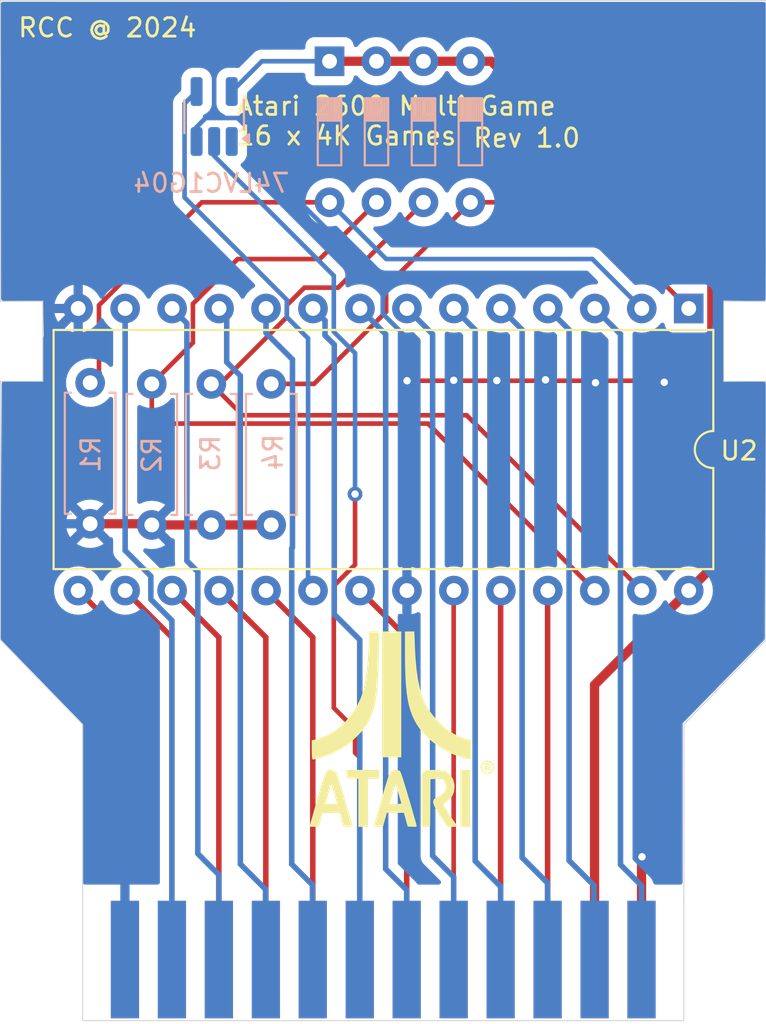
<source format=kicad_pcb>
(kicad_pcb (version 20240108) (generator "pcbnew") (generator_version "8.0")
  (title_block (title "Atari 2600 Muti Game") (date "2024-06-19") (rev "1.0") (company "RCC @ 2024"))
  (layers (0 "F.Cu" signal) (31 "B.Cu" signal) (34 "B.Paste" user) (35 "F.Paste" user) (36 "B.SilkS" user "B.Silkscreen") (37 "F.SilkS" user "F.Silkscreen") (38 "B.Mask" user) (39 "F.Mask" user) (44 "Edge.Cuts" user))
  (net 0 "")
  (net 1 "D3")
  (net 2 "D4")
  (net 3 "D5")
  (net 4 "D6")
  (net 5 "D7")
  (net 6 "+5V")
  (net 7 "GND")
  (net 8 "D1")
  (net 9 "D2")
  (net 10 "D0")
  (net 11 "Net-(U2-A6)")
  (net 12 "Net-(U2-A9)")
  (net 13 "Net-(U2-A1)")
  (net 14 "Net-(U2-A7)")
  (net 15 "Net-(U2-A3)")
  (net 16 "Net-(U2-A2)")
  (net 17 "Net-(U2-A8)")
  (net 18 "Net-(U2-A0)")
  (net 19 "Net-(U2-A4)")
  (net 20 "Net-(U2-A10)")
  (net 21 "Net-(U2-A5)")
  (net 22 "A14_ROM")
  (net 23 "A15_ROM")
  (net 24 "A13_ROM")
  (net 25 "A12_ROM")
  (net 26 "Net-(U2-A11)")
  (net 27 "{slash}CE")
  (net 28 "CE")
  (footprint "Roni_Footprints:2600_Cartridge_Port" (layer "F.Cu") (at 88.635209 78.607153)
    (property "Reference" "J1" (hide yes))
    (property "Value" "2600_Cartridge_Port")
    (pad "+5V" connect rect (at 25.908 3.048) (size 1.524 6.35) (layers "F.Cu" "F.Mask") (net 6 "+5V"))
    (pad "A0" connect rect (at 10.668 3.048) (size 1.524 6.35) (layers "B.Cu" "B.Mask") (net 18 "Net-(U2-A0)"))
    (pad "A1" connect rect (at 13.208 3.048) (size 1.524 6.35) (layers "B.Cu" "B.Mask") (net 13 "Net-(U2-A1)"))
    (pad "A2" connect rect (at 15.748 3.048) (size 1.524 6.35) (layers "B.Cu" "B.Mask") (net 16 "Net-(U2-A2)"))
    (pad "A3" connect rect (at 18.288 3.048) (size 1.524 6.35) (layers "B.Cu" "B.Mask") (net 15 "Net-(U2-A3)"))
    (pad "A4" connect rect (at 20.828 3.048) (size 1.524 6.35) (layers "B.Cu" "B.Mask") (net 19 "Net-(U2-A4)"))
    (pad "A5" connect rect (at 23.368 3.048) (size 1.524 6.35) (layers "B.Cu" "B.Mask") (net 21 "Net-(U2-A5)"))
    (pad "A6" connect rect (at 25.908 3.048) (size 1.524 6.35) (layers "B.Cu" "B.Mask") (net 11 "Net-(U2-A6)"))
    (pad "A7" connect rect (at 28.448 3.048) (size 1.524 6.35) (layers "B.Cu" "B.Mask") (net 14 "Net-(U2-A7)"))
    (pad "A8" connect rect (at 23.368 3.048) (size 1.524 6.35) (layers "F.Cu" "F.Mask") (net 17 "Net-(U2-A8)"))
    (pad "A9" connect rect (at 20.828 3.048) (size 1.524 6.35) (layers "F.Cu" "F.Mask") (net 12 "Net-(U2-A9)"))
    (pad "A10" connect rect (at 15.748 3.048) (size 1.524 6.35) (layers "F.Cu" "F.Mask") (net 20 "Net-(U2-A10)"))
    (pad "A11" connect rect (at 18.288 3.048) (size 1.524 6.35) (layers "F.Cu" "F.Mask") (net 26 "Net-(U2-A11)"))
    (pad "A12" connect rect (at 13.208 3.048) (size 1.524 6.35) (layers "F.Cu" "F.Mask") (net 28 "CE"))
    (pad "D0" connect rect (at 8.128 3.048) (size 1.524 6.35) (layers "B.Cu" "B.Mask") (net 10 "D0"))
    (pad "D1" connect rect (at 5.588 3.048) (size 1.524 6.35) (layers "B.Cu" "B.Mask") (net 8 "D1"))
    (pad "D2" connect rect (at 3.048 3.048) (size 1.524 6.35) (layers "B.Cu" "B.Mask") (net 9 "D2"))
    (pad "D3" connect rect (at 0.508 3.048) (size 1.524 6.35) (layers "F.Cu" "F.Mask") (net 1 "D3"))
    (pad "D4" connect rect (at 3.048 3.048) (size 1.524 6.35) (layers "F.Cu" "F.Mask") (net 2 "D4"))
    (pad "D5" connect rect (at 5.588 3.048) (size 1.524 6.35) (layers "F.Cu" "F.Mask") (net 3 "D5"))
    (pad "D6" connect rect (at 8.128 3.048) (size 1.524 6.35) (layers "F.Cu" "F.Mask") (net 4 "D6"))
    (pad "D7" connect rect (at 10.668 3.048) (size 1.524 6.35) (layers "F.Cu" "F.Mask") (net 5 "D7"))
    (pad "GND" connect rect (at 0.508 3.048) (size 1.524 6.35) (layers "B.Cu" "B.Mask") (net 7 "GND"))
    (pad "SGND" connect rect (at 28.448 3.048) (size 1.524 6.35) (layers "F.Cu" "F.Mask") (net 7 "GND"))
  )
  (footprint "LOGO" (layer "F.Cu") (at 104.129209 69.209153)
    (property "Reference" "G***" (hide yes))
    (property "Value" "LOGO" (hide yes))
    (fp_poly (pts (xy -0.04 -1.88) (xy -0.04 1.52) (xy -0.56 1.52) (xy -1.08 1.52) (xy -1.08 -1.88) (xy -1.08 -5.28) (xy -0.56 -5.28) (xy -0.04 -5.28)) (fill solid) (layer "F.SilkS"))
    (fp_poly (pts (xy 3.68 3.74) (xy 3.68 5.28) (xy 3.42 5.28) (xy 3.16 5.28) (xy 3.16 3.74) (xy 3.16 2.2) (xy 3.42 2.2) (xy 3.68 2.2)) (fill solid) (layer "F.SilkS"))
    (fp_poly (pts (xy -1.24 2.44) (xy -1.24 2.68) (xy -1.54 2.68) (xy -1.84 2.68) (xy -1.84 3.98) (xy -1.84 5.28) (xy -2.1 5.28) (xy -2.36 5.28) (xy -2.36 3.981682) (xy -2.36 2.683365) (xy -2.67 2.671682) (xy -2.98 2.66) (xy -2.991997 2.43) (xy -3.003993 2.2) (xy -2.121997 2.2) (xy -1.24 2.2)) (fill solid) (layer "F.SilkS"))
    (fp_poly (pts (xy 4.740077 1.862876) (xy 4.794625 1.925982) (xy 4.779223 2.021031) (xy 4.764016 2.048433) (xy 4.735569 2.125127) (xy 4.763403 2.184101) (xy 4.790312 2.245202) (xy 4.782256 2.270966) (xy 4.739916 2.26484) (xy 4.680145 2.21) (xy 4.60985 2.135692) (xy 4.571908 2.130906) (xy 4.560023 2.195118) (xy 4.56 2.2) (xy 4.543249 2.264998) (xy 4.52 2.28) (xy 4.498094 2.243833) (xy 4.483565 2.150539) (xy 4.48 2.06) (xy 4.48 1.982932) (xy 4.56 1.982932) (xy 4.587238 2.026681) (xy 4.645307 2.02872) (xy 4.698733 1.99211) (xy 4.710018 1.97) (xy 4.691619 1.929604) (xy 4.643333 1.92) (xy 4.57457 1.94541) (xy 4.56 1.982932) (xy 4.48 1.982932) (xy 4.48 1.84) (xy 4.621255 1.84)) (fill solid) (layer "F.SilkS"))
    (fp_poly (pts (xy 0.694781 -4.521086) (xy 0.730591 -3.835746) (xy 0.786697 -3.223635) (xy 0.864026 -2.68036) (xy 0.963507 -2.201529) (xy 1.086068 -1.78275) (xy 1.232638 -1.419631) (xy 1.404146 -1.10778) (xy 1.422206 -1.08) (xy 1.737891 -0.654682) (xy 2.086416 -0.282176) (xy 2.460092 0.031456) (xy 2.851232 0.28015) (xy 3.252146 0.457844) (xy 3.446441 0.5163) (xy 3.74 0.590794) (xy 3.751161 1.115397) (xy 3.756025 1.335486) (xy 3.755199 1.486528) (xy 3.742041 1.579468) (xy 3.709909 1.625253) (xy 3.652159 1.63483) (xy 3.562148 1.619145) (xy 3.46 1.5952) (xy 2.984896 1.452595) (xy 2.516347 1.248584) (xy 2.06738 0.992114) (xy 1.651023 0.692132) (xy 1.280305 0.357583) (xy 0.968254 -0.002584) (xy 0.82087 -0.217133) (xy 0.679597 -0.463485) (xy 0.558445 -0.719574) (xy 0.456138 -0.993004) (xy 0.371398 -1.29138) (xy 0.302947 -1.622305) (xy 0.249508 -1.993386) (xy 0.209803 -2.412225) (xy 0.182555 -2.886427) (xy 0.166486 -3.423597) (xy 0.160319 -4.031338) (xy 0.160162 -4.15) (xy 0.16 -5.28) (xy 0.413767 -5.28) (xy 0.667534 -5.28)) (fill solid) (layer "F.SilkS"))
    (fp_poly (pts (xy 4.647221 1.6919) (xy 4.651868 1.692518) (xy 4.817986 1.747181) (xy 4.934361 1.849429) (xy 4.994916 1.98269) (xy 4.993573 2.130391) (xy 4.924258 2.27596) (xy 4.883076 2.323076) (xy 4.765848 2.411156) (xy 4.63594 2.439769) (xy 4.62 2.44) (xy 4.486581 2.416681) (xy 4.369779 2.335644) (xy 4.356923 2.323076) (xy 4.258425 2.178289) (xy 4.242504 2.06) (xy 4.32 2.06) (xy 4.347731 2.159735) (xy 4.414802 2.258378) (xy 4.418181 2.261818) (xy 4.515668 2.330032) (xy 4.616375 2.359942) (xy 4.62 2.36) (xy 4.719735 2.332268) (xy 4.818378 2.265197) (xy 4.821818 2.261818) (xy 4.890032 2.164331) (xy 4.919942 2.063624) (xy 4.92 2.06) (xy 4.892268 1.960264) (xy 4.825197 1.861621) (xy 4.821818 1.858181) (xy 4.724331 1.789967) (xy 4.623624 1.760057) (xy 4.62 1.76) (xy 4.520264 1.787731) (xy 4.421621 1.854802) (xy 4.418181 1.858181) (xy 4.349967 1.955668) (xy 4.320057 2.056375) (xy 4.32 2.06) (xy 4.242504 2.06) (xy 4.237829 2.025268) (xy 4.295046 1.87359) (xy 4.36193 1.791915) (xy 4.451211 1.714204) (xy 4.532587 1.685569)) (fill solid) (layer "F.SilkS"))
    (fp_poly (pts (xy -1.254564 -4.03) (xy -1.270274 -3.442128) (xy -1.291005 -2.926146) (xy -1.318168 -2.474026) (xy -1.353177 -2.077739) (xy -1.397443 -1.729257) (xy -1.45238 -1.420552) (xy -1.5194 -1.143595) (xy -1.599914 -0.890358) (xy -1.695337 -0.652813) (xy -1.807079 -0.422931) (xy -1.92678 -0.209158) (xy -2.045879 -0.039145) (xy -2.214918 0.159884) (xy -2.417767 0.371836) (xy -2.638298 0.580614) (xy -2.860383 0.770124) (xy -3.051086 0.912848) (xy -3.37991 1.116859) (xy -3.735125 1.299676) (xy -4.090447 1.449097) (xy -4.419588 1.552921) (xy -4.441742 1.558352) (xy -4.614922 1.599674) (xy -4.726019 1.624614) (xy -4.790787 1.635276) (xy -4.824978 1.633764) (xy -4.844345 1.622184) (xy -4.853334 1.613333) (xy -4.863563 1.565209) (xy -4.871977 1.453471) (xy -4.877735 1.294499) (xy -4.879994 1.104672) (xy -4.880001 1.094095) (xy -4.880001 0.601524) (xy -4.770001 0.578035) (xy -4.543808 0.515726) (xy -4.286626 0.423147) (xy -4.03401 0.314437) (xy -3.821512 0.203732) (xy -3.807356 0.195241) (xy -3.407902 -0.088693) (xy -3.040295 -0.431087) (xy -2.714732 -0.818686) (xy -2.441408 -1.238238) (xy -2.230519 -1.67649) (xy -2.123918 -1.993048) (xy -2.036841 -2.362429) (xy -1.959995 -2.791925) (xy -1.895644 -3.262047) (xy -1.846051 -3.753308) (xy -1.81348 -4.246221) (xy -1.800193 -4.721297) (xy -1.8 -4.782179) (xy -1.8 -5.28) (xy -1.513644 -5.28) (xy -1.227288 -5.28)) (fill solid) (layer "F.SilkS"))
    (fp_poly (pts (xy 1.793701 2.206823) (xy 2.007184 2.213218) (xy 2.158069 2.221725) (xy 2.263751 2.235619) (xy 2.341625 2.258171) (xy 2.409085 2.292656) (xy 2.472277 2.334522) (xy 2.651305 2.506083) (xy 2.773172 2.728776) (xy 2.833786 2.993869) (xy 2.84 3.119378) (xy 2.811758 3.387283) (xy 2.722537 3.610048) (xy 2.565591 3.801342) (xy 2.46023 3.888997) (xy 2.35362 3.972813) (xy 2.27669 4.04076) (xy 2.248687 4.073937) (xy 2.265682 4.117653) (xy 2.320242 4.21563) (xy 2.405159 4.355833) (xy 2.513221 4.526227) (xy 2.59058 4.644629) (xy 2.712815 4.829919) (xy 2.820648 4.993855) (xy 2.905829 5.123857) (xy 2.96011 5.207349) (xy 2.974484 5.23) (xy 2.971664 5.257227) (xy 2.915185 5.272994) (xy 2.794141 5.279498) (xy 2.726496 5.28) (xy 2.448272 5.28) (xy 2.064136 4.686391) (xy 1.89925 4.425749) (xy 1.781045 4.220027) (xy 1.708747 4.059741) (xy 1.681586 3.935403) (xy 1.698787 3.837528) (xy 1.759579 3.756631) (xy 1.863189 3.683225) (xy 1.977538 3.622956) (xy 2.170332 3.506501) (xy 2.291893 3.375637) (xy 2.350945 3.218593) (xy 2.36 3.106894) (xy 2.342317 2.954123) (xy 2.279327 2.831921) (xy 2.255102 2.801474) (xy 2.198212 2.738453) (xy 2.144472 2.702158) (xy 2.071195 2.686331) (xy 1.955695 2.684716) (xy 1.845102 2.688405) (xy 1.54 2.7) (xy 1.529445 3.99) (xy 1.518891 5.28) (xy 1.279445 5.28) (xy 1.04 5.28) (xy 1.04 3.856923) (xy 1.04 2.433846) (xy 1.160099 2.313746) (xy 1.280199 2.193646)) (fill solid) (layer "F.SilkS"))
    (fp_poly (pts (xy -0.215588 2.2109) (xy -0.132062 2.251827) (xy -0.08936 2.297187) (xy -0.064359 2.352665) (xy -0.020557 2.47546) (xy 0.039123 2.655896) (xy 0.111757 2.884297) (xy 0.194422 3.150984) (xy 0.284196 3.446282) (xy 0.378155 3.760514) (xy 0.473375 4.084004) (xy 0.566934 4.407074) (xy 0.655909 4.720048) (xy 0.737376 5.013249) (xy 0.791175 5.212043) (xy 0.793643 5.250898) (xy 0.763695 5.270927) (xy 0.685062 5.276315) (xy 0.557912 5.272043) (xy 0.305424 5.26) (xy 0.203466 4.89) (xy 0.101508 4.52) (xy -0.36 4.52) (xy -0.821509 4.52) (xy -0.923467 4.89) (xy -1.025425 5.26) (xy -1.277913 5.272043) (xy -1.414812 5.276319) (xy -1.48826 5.269753) (xy -1.514527 5.248158) (xy -1.511176 5.212043) (xy -1.49603 5.15794) (xy -1.461507 5.036124) (xy -1.41023 4.8558) (xy -1.34482 4.62617) (xy -1.267898 4.356439) (xy -1.182086 4.055811) (xy -1.177569 4.04) (xy -0.670549 4.04) (xy -0.35061 4.04) (xy -0.19159 4.03823) (xy -0.09778 4.030632) (xy -0.054421 4.013771) (xy -0.046759 3.984213) (xy -0.049844 3.97) (xy -0.133519 3.668398) (xy -0.206612 3.412725) (xy -0.267069 3.209748) (xy -0.312838 3.066237) (xy -0.341867 2.98896) (xy -0.350812 2.977478) (xy -0.367589 3.020117) (xy -0.401693 3.125117) (xy -0.448574 3.277889) (xy -0.503679 3.463842) (xy -0.51921 3.517268) (xy -0.670549 4.04) (xy -1.177569 4.04) (xy -1.097582 3.76) (xy -0.986623 3.372881) (xy -0.894089 3.055758) (xy -0.816614 2.801653) (xy -0.750828 2.603586) (xy -0.693365 2.454579) (xy -0.640856 2.347654) (xy -0.589934 2.275832) (xy -0.53723 2.232135) (xy -0.479377 2.209583) (xy -0.413007 2.2012) (xy -0.344722 2.2)) (fill solid) (layer "F.SilkS"))
    (fp_poly (pts (xy -3.876199 2.202807) (xy -3.818301 2.207509) (xy -3.813667 2.207823) (xy -3.678174 2.228727) (xy -3.590977 2.277878) (xy -3.553889 2.32) (xy -3.531103 2.373367) (xy -3.489578 2.493057) (xy -3.432477 2.668449) (xy -3.362966 2.888925) (xy -3.284211 3.143864) (xy -3.199378 3.422646) (xy -3.11163 3.714651) (xy -3.024135 4.00926) (xy -2.940056 4.295853) (xy -2.86256 4.56381) (xy -2.794813 4.80251) (xy -2.739978 5.001336) (xy -2.701222 5.149665) (xy -2.681711 5.23688) (xy -2.68 5.251883) (xy -2.716304 5.266754) (xy -2.810903 5.273737) (xy -2.926701 5.271908) (xy -3.173401 5.26) (xy -3.272592 4.888781) (xy -3.371784 4.517563) (xy -3.834364 4.528781) (xy -4.296944 4.54) (xy -4.399915 4.9) (xy -4.502886 5.26) (xy -4.754772 5.271995) (xy -4.891396 5.276259) (xy -4.964507 5.269699) (xy -4.990313 5.248117) (xy -4.986384 5.211995) (xy -4.830514 4.658157) (xy -4.694727 4.176271) (xy -4.656089 4.04) (xy -4.147571 4.04) (xy -3.833786 4.04) (xy -3.686776 4.036825) (xy -3.576655 4.0284) (xy -3.52254 4.016375) (xy -3.52 4.012936) (xy -3.530439 3.962079) (xy -3.558436 3.855885) (xy -3.599013 3.711165) (xy -3.647192 3.544734) (xy -3.697995 3.373404) (xy -3.746444 3.213989) (xy -3.787561 3.083302) (xy -3.816367 2.998155) (xy -3.82755 2.974216) (xy -3.842519 3.014868) (xy -3.875267 3.118061) (xy -3.921383 3.269475) (xy -3.976457 3.454791) (xy -3.993553 3.5131) (xy -4.147571 4.04) (xy -4.656089 4.04) (xy -4.577087 3.761376) (xy -4.475658 3.408513) (xy -4.388504 3.112724) (xy -4.31369 2.869048) (xy -4.249278 2.672527) (xy -4.193334 2.518201) (xy -4.143922 2.401111) (xy -4.099105 2.316298) (xy -4.056948 2.258802) (xy -4.015515 2.223664) (xy -3.97287 2.205925) (xy -3.927076 2.200626)) (fill solid) (layer "F.SilkS"))
  )
  (footprint "Package_DIP:DIP-28_W15.24mm" (layer "F.Cu") (at 119.635291 46.480756 -90)
    (property "Reference" "U2" (at 7.689755 -2.719784 180) (layer "F.SilkS"))
    (property "Value" "27C512" (hide yes))
    (fp_line (start 1.16 34.35) (end 14.08 34.35) (stroke (width 0.12)) (layer "F.SilkS"))
    (fp_line (start 14.08 34.35) (end 14.08 -1.33) (stroke (width 0.12)) (layer "F.SilkS"))
    (fp_line (start 1.16 -1.33) (end 1.16 34.35) (stroke (width 0.12)) (layer "F.SilkS"))
    (fp_line (start 6.62 -1.33) (end 1.16 -1.33) (stroke (width 0.12)) (layer "F.SilkS"))
    (fp_line (start 14.08 -1.33) (end 8.62 -1.33) (stroke (width 0.12)) (layer "F.SilkS"))
    (fp_arc (start 8.62 -1.33) (mid 7.62 -0.33) (end 6.62 -1.33) (stroke (width 0.12)) (layer "F.SilkS"))
    (pad "1" thru_hole rect (at 0 0 270) (size 1.6 1.6) (drill 0.8) (layers "*.Cu" "*.Mask") (net 23 "A15_ROM"))
    (pad "2" thru_hole oval (at 0 2.54 270) (size 1.6 1.6) (drill 0.8) (layers "*.Cu" "*.Mask") (net 25 "A12_ROM"))
    (pad "3" thru_hole oval (at 0 5.08 270) (size 1.6 1.6) (drill 0.8) (layers "*.Cu" "*.Mask") (net 14 "Net-(U2-A7)"))
    (pad "4" thru_hole oval (at 0 7.62 270) (size 1.6 1.6) (drill 0.8) (layers "*.Cu" "*.Mask") (net 11 "Net-(U2-A6)"))
    (pad "5" thru_hole oval (at 0 10.16 270) (size 1.6 1.6) (drill 0.8) (layers "*.Cu" "*.Mask") (net 21 "Net-(U2-A5)"))
    (pad "6" thru_hole oval (at 0 12.7 270) (size 1.6 1.6) (drill 0.8) (layers "*.Cu" "*.Mask") (net 19 "Net-(U2-A4)"))
    (pad "7" thru_hole oval (at 0 15.24 270) (size 1.6 1.6) (drill 0.8) (layers "*.Cu" "*.Mask") (net 15 "Net-(U2-A3)"))
    (pad "8" thru_hole oval (at 0 17.78 270) (size 1.6 1.6) (drill 0.8) (layers "*.Cu" "*.Mask") (net 16 "Net-(U2-A2)"))
    (pad "9" thru_hole oval (at 0 20.32 270) (size 1.6 1.6) (drill 0.8) (layers "*.Cu" "*.Mask") (net 13 "Net-(U2-A1)"))
    (pad "10" thru_hole oval (at 0 22.86 270) (size 1.6 1.6) (drill 0.8) (layers "*.Cu" "*.Mask") (net 18 "Net-(U2-A0)"))
    (pad "11" thru_hole oval (at 0 25.4 270) (size 1.6 1.6) (drill 0.8) (layers "*.Cu" "*.Mask") (net 10 "D0"))
    (pad "12" thru_hole oval (at 0 27.94 270) (size 1.6 1.6) (drill 0.8) (layers "*.Cu" "*.Mask") (net 8 "D1"))
    (pad "13" thru_hole oval (at 0 30.48 270) (size 1.6 1.6) (drill 0.8) (layers "*.Cu" "*.Mask") (net 9 "D2"))
    (pad "14" thru_hole oval (at 0 33.02 270) (size 1.6 1.6) (drill 0.8) (layers "*.Cu" "*.Mask") (net 7 "GND"))
    (pad "15" thru_hole oval (at 15.24 33.02 270) (size 1.6 1.6) (drill 0.8) (layers "*.Cu" "*.Mask") (net 1 "D3"))
    (pad "16" thru_hole oval (at 15.24 30.48 270) (size 1.6 1.6) (drill 0.8) (layers "*.Cu" "*.Mask") (net 2 "D4"))
    (pad "17" thru_hole oval (at 15.24 27.94 270) (size 1.6 1.6) (drill 0.8) (layers "*.Cu" "*.Mask") (net 3 "D5"))
    (pad "18" thru_hole oval (at 15.24 25.4 270) (size 1.6 1.6) (drill 0.8) (layers "*.Cu" "*.Mask") (net 4 "D6"))
    (pad "19" thru_hole oval (at 15.24 22.86 270) (size 1.6 1.6) (drill 0.8) (layers "*.Cu" "*.Mask") (net 5 "D7"))
    (pad "20" thru_hole oval (at 15.24 20.32 270) (size 1.6 1.6) (drill 0.8) (layers "*.Cu" "*.Mask") (net 27 "{slash}CE"))
    (pad "21" thru_hole oval (at 15.24 17.78 270) (size 1.6 1.6) (drill 0.8) (layers "*.Cu" "*.Mask") (net 20 "Net-(U2-A10)"))
    (pad "22" thru_hole oval (at 15.24 15.24 270) (size 1.6 1.6) (drill 0.8) (layers "*.Cu" "*.Mask") (net 7 "GND"))
    (pad "23" thru_hole oval (at 15.24 12.7 270) (size 1.6 1.6) (drill 0.8) (layers "*.Cu" "*.Mask") (net 26 "Net-(U2-A11)"))
    (pad "24" thru_hole oval (at 15.24 10.16 270) (size 1.6 1.6) (drill 0.8) (layers "*.Cu" "*.Mask") (net 12 "Net-(U2-A9)"))
    (pad "25" thru_hole oval (at 15.24 7.62 270) (size 1.6 1.6) (drill 0.8) (layers "*.Cu" "*.Mask") (net 17 "Net-(U2-A8)"))
    (pad "26" thru_hole oval (at 15.24 5.08 270) (size 1.6 1.6) (drill 0.8) (layers "*.Cu" "*.Mask") (net 24 "A13_ROM"))
    (pad "27" thru_hole oval (at 15.24 2.54 270) (size 1.6 1.6) (drill 0.8) (layers "*.Cu" "*.Mask") (net 22 "A14_ROM"))
    (pad "28" thru_hole oval (at 15.24 0 270) (size 1.6 1.6) (drill 0.8) (layers "*.Cu" "*.Mask") (net 6 "+5V"))
  )
  (footprint "Resistor_THT:R_Axial_DIN0207_L6.3mm_D2.5mm_P7.62mm_Horizontal" (layer "B.Cu") (at 90.595487 58.175401 90)
    (property "Reference" "R2" (at 3.781957 -0.001437 90) (layer "B.SilkS") (effects (justify mirror)))
    (property "Value" "10K" (hide yes))
    (fp_line (start 7.08 -1.37) (end 0.54 -1.37) (stroke (width 0.12)) (layer "B.SilkS"))
    (fp_line (start 0.54 -1.37) (end 0.54 -1.04) (stroke (width 0.12)) (layer "B.SilkS"))
    (fp_line (start 7.08 -1.04) (end 7.08 -1.37) (stroke (width 0.12)) (layer "B.SilkS"))
    (fp_line (start 7.08 1.04) (end 7.08 1.37) (stroke (width 0.12)) (layer "B.SilkS"))
    (fp_line (start 7.08 1.37) (end 0.54 1.37) (stroke (width 0.12)) (layer "B.SilkS"))
    (fp_line (start 0.54 1.37) (end 0.54 1.04) (stroke (width 0.12)) (layer "B.SilkS"))
    (pad "1" thru_hole circle (at 0 0 90) (size 1.6 1.6) (drill 0.8) (layers "*.Cu" "*.Mask") (net 7 "GND"))
    (pad "2" thru_hole oval (at 7.62 0 90) (size 1.6 1.6) (drill 0.8) (layers "*.Cu" "*.Mask") (net 24 "A13_ROM"))
  )
  (footprint "Roni_Footprints:SW_DIP_SPSTx04_Slide_6.7x11.72mm_W7.62mm_P2.54mm_LowProfile" (layer "B.Cu") (at 100.208718 33.123143 -90)
    (property "Reference" "SW1" (hide yes))
    (property "Value" "SW_DIP_x04" (hide yes))
    (fp_line (start 2 0.635) (end 5.62 0.635) (stroke (width 0.12)) (layer "B.SilkS"))
    (fp_line (start 5.62 0.635) (end 5.62 -0.635) (stroke (width 0.12)) (layer "B.SilkS"))
    (fp_line (start 3.206667 0.515) (end 2 0.515) (stroke (width 0.12)) (layer "B.SilkS"))
    (fp_line (start 3.206667 0.395) (end 2 0.395) (stroke (width 0.12)) (layer "B.SilkS"))
    (fp_line (start 3.206667 0.275) (end 2 0.275) (stroke (width 0.12)) (layer "B.SilkS"))
    (fp_line (start 3.206667 0.155) (end 2 0.155) (stroke (width 0.12)) (layer "B.SilkS"))
    (fp_line (start 3.206667 0.035) (end 2 0.035) (stroke (width 0.12)) (layer "B.SilkS"))
    (fp_line (start 3.206667 -0.085) (end 2 -0.085) (stroke (width 0.12)) (layer "B.SilkS"))
    (fp_line (start 3.206667 -0.205) (end 2 -0.205) (stroke (width 0.12)) (layer "B.SilkS"))
    (fp_line (start 3.206667 -0.325) (end 2 -0.325) (stroke (width 0.12)) (layer "B.SilkS"))
    (fp_line (start 3.206667 -0.445) (end 2 -0.445) (stroke (width 0.12)) (layer "B.SilkS"))
    (fp_line (start 3.206667 -0.565) (end 2 -0.565) (stroke (width 0.12)) (layer "B.SilkS"))
    (fp_line (start 2 -0.635) (end 2 0.635) (stroke (width 0.12)) (layer "B.SilkS"))
    (fp_line (start 3.206667 -0.635) (end 3.206667 0.635) (stroke (width 0.12)) (layer "B.SilkS"))
    (fp_line (start 5.62 -0.635) (end 2 -0.635) (stroke (width 0.12)) (layer "B.SilkS"))
    (fp_line (start 2 -1.905) (end 5.62 -1.905) (stroke (width 0.12)) (layer "B.SilkS"))
    (fp_line (start 5.62 -1.905) (end 5.62 -3.175) (stroke (width 0.12)) (layer "B.SilkS"))
    (fp_line (start 3.206667 -2.025) (end 2 -2.025) (stroke (width 0.12)) (layer "B.SilkS"))
    (fp_line (start 3.206667 -2.145) (end 2 -2.145) (stroke (width 0.12)) (layer "B.SilkS"))
    (fp_line (start 3.206667 -2.265) (end 2 -2.265) (stroke (width 0.12)) (layer "B.SilkS"))
    (fp_line (start 3.206667 -2.385) (end 2 -2.385) (stroke (width 0.12)) (layer "B.SilkS"))
    (fp_line (start 3.206667 -2.505) (end 2 -2.505) (stroke (width 0.12)) (layer "B.SilkS"))
    (fp_line (start 3.206667 -2.625) (end 2 -2.625) (stroke (width 0.12)) (layer "B.SilkS"))
    (fp_line (start 3.206667 -2.745) (end 2 -2.745) (stroke (width 0.12)) (layer "B.SilkS"))
    (fp_line (start 3.206667 -2.865) (end 2 -2.865) (stroke (width 0.12)) (layer "B.SilkS"))
    (fp_line (start 3.206667 -2.985) (end 2 -2.985) (stroke (width 0.12)) (layer "B.SilkS"))
    (fp_line (start 3.206667 -3.105) (end 2 -3.105) (stroke (width 0.12)) (layer "B.SilkS"))
    (fp_line (start 2 -3.175) (end 2 -1.905) (stroke (width 0.12)) (layer "B.SilkS"))
    (fp_line (start 3.206667 -3.175) (end 3.206667 -1.905) (stroke (width 0.12)) (layer "B.SilkS"))
    (fp_line (start 5.62 -3.175) (end 2 -3.175) (stroke (width 0.12)) (layer "B.SilkS"))
    (fp_line (start 2 -4.445) (end 5.62 -4.445) (stroke (width 0.12)) (layer "B.SilkS"))
    (fp_line (start 5.62 -4.445) (end 5.62 -5.715) (stroke (width 0.12)) (layer "B.SilkS"))
    (fp_line (start 3.206667 -4.565) (end 2 -4.565) (stroke (width 0.12)) (layer "B.SilkS"))
    (fp_line (start 3.206667 -4.685) (end 2 -4.685) (stroke (width 0.12)) (layer "B.SilkS"))
    (fp_line (start 3.206667 -4.805) (end 2 -4.805) (stroke (width 0.12)) (layer "B.SilkS"))
    (fp_line (start 3.206667 -4.925) (end 2 -4.925) (stroke (width 0.12)) (layer "B.SilkS"))
    (fp_line (start 3.206667 -5.045) (end 2 -5.045) (stroke (width 0.12)) (layer "B.SilkS"))
    (fp_line (start 3.206667 -5.165) (end 2 -5.165) (stroke (width 0.12)) (layer "B.SilkS"))
    (fp_line (start 3.206667 -5.285) (end 2 -5.285) (stroke (width 0.12)) (layer "B.SilkS"))
    (fp_line (start 3.206667 -5.405) (end 2 -5.405) (stroke (width 0.12)) (layer "B.SilkS"))
    (fp_line (start 3.206667 -5.525) (end 2 -5.525) (stroke (width 0.12)) (layer "B.SilkS"))
    (fp_line (start 3.206667 -5.645) (end 2 -5.645) (stroke (width 0.12)) (layer "B.SilkS"))
    (fp_line (start 2 -5.715) (end 2 -4.445) (stroke (width 0.12)) (layer "B.SilkS"))
    (fp_line (start 3.206667 -5.715) (end 3.206667 -4.445) (stroke (width 0.12)) (layer "B.SilkS"))
    (fp_line (start 5.62 -5.715) (end 2 -5.715) (stroke (width 0.12)) (layer "B.SilkS"))
    (fp_line (start 2 -6.985) (end 5.62 -6.985) (stroke (width 0.12)) (layer "B.SilkS"))
    (fp_line (start 5.62 -6.985) (end 5.62 -8.255) (stroke (width 0.12)) (layer "B.SilkS"))
    (fp_line (start 3.206667 -7.105) (end 2 -7.105) (stroke (width 0.12)) (layer "B.SilkS"))
    (fp_line (start 3.206667 -7.225) (end 2 -7.225) (stroke (width 0.12)) (layer "B.SilkS"))
    (fp_line (start 3.206667 -7.345) (end 2 -7.345) (stroke (width 0.12)) (layer "B.SilkS"))
    (fp_line (start 3.206667 -7.465) (end 2 -7.465) (stroke (width 0.12)) (layer "B.SilkS"))
    (fp_line (start 3.206667 -7.585) (end 2 -7.585) (stroke (width 0.12)) (layer "B.SilkS"))
    (fp_line (start 3.206667 -7.705) (end 2 -7.705) (stroke (width 0.12)) (layer "B.SilkS"))
    (fp_line (start 3.206667 -7.825) (end 2 -7.825) (stroke (width 0.12)) (layer "B.SilkS"))
    (fp_line (start 3.206667 -7.945) (end 2 -7.945) (stroke (width 0.12)) (layer "B.SilkS"))
    (fp_line (start 3.206667 -8.065) (end 2 -8.065) (stroke (width 0.12)) (layer "B.SilkS"))
    (fp_line (start 3.206667 -8.185) (end 2 -8.185) (stroke (width 0.12)) (layer "B.SilkS"))
    (fp_line (start 2 -8.255) (end 2 -6.985) (stroke (width 0.12)) (layer "B.SilkS"))
    (fp_line (start 3.206667 -8.255) (end 3.206667 -6.985) (stroke (width 0.12)) (layer "B.SilkS"))
    (fp_line (start 5.62 -8.255) (end 2 -8.255) (stroke (width 0.12)) (layer "B.SilkS"))
    (pad "1" thru_hole rect (at 0 0 270) (size 1.6 1.6) (drill 0.8) (layers "*.Cu" "*.Mask") (net 6 "+5V"))
    (pad "2" thru_hole oval (at 0 -2.54 270) (size 1.6 1.6) (drill 0.8) (layers "*.Cu" "*.Mask") (net 6 "+5V"))
    (pad "3" thru_hole oval (at 0 -5.08 270) (size 1.6 1.6) (drill 0.8) (layers "*.Cu" "*.Mask") (net 6 "+5V"))
    (pad "4" thru_hole oval (at 0 -7.62 270) (size 1.6 1.6) (drill 0.8) (layers "*.Cu" "*.Mask") (net 6 "+5V"))
    (pad "5" thru_hole oval (at 7.62 -7.62 270) (size 1.6 1.6) (drill 0.8) (layers "*.Cu" "*.Mask") (net 23 "A15_ROM"))
    (pad "6" thru_hole oval (at 7.62 -5.08 270) (size 1.6 1.6) (drill 0.8) (layers "*.Cu" "*.Mask") (net 22 "A14_ROM"))
    (pad "7" thru_hole oval (at 7.62 -2.54 270) (size 1.6 1.6) (drill 0.8) (layers "*.Cu" "*.Mask") (net 24 "A13_ROM"))
    (pad "8" thru_hole oval (at 7.62 0 270) (size 1.6 1.6) (drill 0.8) (layers "*.Cu" "*.Mask") (net 25 "A12_ROM"))
  )
  (footprint "Package_TO_SOT_SMD:SOT-23-5_HandSoldering" (layer "B.Cu") (at 93.969209 36.109153 90)
    (property "Reference" "U3" (hide yes))
    (property "Value" "74LVC1G04" (at -3.59795 -0.148268 0) (layer "B.SilkS") (effects (justify mirror)))
    (fp_line (start 0.9 -1.61) (end -0.9 -1.61) (stroke (width 0.12)) (layer "B.SilkS"))
    (fp_line (start 0.9 1.61) (end 0.1 1.61) (stroke (width 0.12)) (layer "B.SilkS"))
    (fp_line (start -0.7 1.61) (end 0.1 1.61) (stroke (width 0.12)) (layer "B.SilkS"))
    (fp_poly (pts (xy -1.2 1.56) (xy -1.44 1.89) (xy -0.96 1.89) (xy -1.2 1.56)) (stroke (width 0.12)) (fill solid) (layer "B.SilkS"))
    (pad "1" smd roundrect (at -1.35 0.95 90) (size 1.56 0.65) (layers "B.Cu" "B.Paste" "B.Mask"))
    (pad "2" smd roundrect (at -1.35 0 90) (size 1.56 0.65) (layers "B.Cu" "B.Paste" "B.Mask") (net 28 "CE"))
    (pad "3" smd roundrect (at -1.35 -0.95 90) (size 1.56 0.65) (layers "B.Cu" "B.Paste" "B.Mask") (net 7 "GND"))
    (pad "4" smd roundrect (at 1.35 -0.95 90) (size 1.56 0.65) (layers "B.Cu" "B.Paste" "B.Mask") (net 27 "{slash}CE"))
    (pad "5" smd roundrect (at 1.35 0.95 90) (size 1.56 0.65) (layers "B.Cu" "B.Paste" "B.Mask") (net 6 "+5V"))
  )
  (footprint "Resistor_THT:R_Axial_DIN0207_L6.3mm_D2.5mm_P7.62mm_Horizontal" (layer "B.Cu") (at 97.054477 58.173214 90)
    (property "Reference" "R4" (at 3.928392 0.108669 90) (layer "B.SilkS") (effects (justify mirror)))
    (property "Value" "10K" (hide yes))
    (fp_line (start 7.08 -1.37) (end 0.54 -1.37) (stroke (width 0.12)) (layer "B.SilkS"))
    (fp_line (start 0.54 -1.37) (end 0.54 -1.04) (stroke (width 0.12)) (layer "B.SilkS"))
    (fp_line (start 7.08 -1.04) (end 7.08 -1.37) (stroke (width 0.12)) (layer "B.SilkS"))
    (fp_line (start 7.08 1.04) (end 7.08 1.37) (stroke (width 0.12)) (layer "B.SilkS"))
    (fp_line (start 7.08 1.37) (end 0.54 1.37) (stroke (width 0.12)) (layer "B.SilkS"))
    (fp_line (start 0.54 1.37) (end 0.54 1.04) (stroke (width 0.12)) (layer "B.SilkS"))
    (pad "1" thru_hole circle (at 0 0 90) (size 1.6 1.6) (drill 0.8) (layers "*.Cu" "*.Mask") (net 7 "GND"))
    (pad "2" thru_hole oval (at 7.62 0 90) (size 1.6 1.6) (drill 0.8) (layers "*.Cu" "*.Mask") (net 23 "A15_ROM"))
  )
  (footprint "Resistor_THT:R_Axial_DIN0207_L6.3mm_D2.5mm_P7.62mm_Horizontal" (layer "B.Cu") (at 93.815632 58.175401 90)
    (property "Reference" "R3" (at 3.87113 -0.041069 90) (layer "B.SilkS") (effects (justify mirror)))
    (property "Value" "10K" (hide yes))
    (fp_line (start 7.08 -1.37) (end 0.54 -1.37) (stroke (width 0.12)) (layer "B.SilkS"))
    (fp_line (start 0.54 -1.37) (end 0.54 -1.04) (stroke (width 0.12)) (layer "B.SilkS"))
    (fp_line (start 7.08 -1.04) (end 7.08 -1.37) (stroke (width 0.12)) (layer "B.SilkS"))
    (fp_line (start 7.08 1.04) (end 7.08 1.37) (stroke (width 0.12)) (layer "B.SilkS"))
    (fp_line (start 7.08 1.37) (end 0.54 1.37) (stroke (width 0.12)) (layer "B.SilkS"))
    (fp_line (start 0.54 1.37) (end 0.54 1.04) (stroke (width 0.12)) (layer "B.SilkS"))
    (pad "1" thru_hole circle (at 0 0 90) (size 1.6 1.6) (drill 0.8) (layers "*.Cu" "*.Mask") (net 7 "GND"))
    (pad "2" thru_hole oval (at 7.62 0 90) (size 1.6 1.6) (drill 0.8) (layers "*.Cu" "*.Mask") (net 22 "A14_ROM"))
  )
  (footprint "Resistor_THT:R_Axial_DIN0207_L6.3mm_D2.5mm_P7.62mm_Horizontal" (layer "B.Cu") (at 87.262515 58.112114 90)
    (property "Reference" "R1" (at 3.748394 0.032126 90) (layer "B.SilkS") (effects (justify mirror)))
    (property "Value" "10K" (hide yes))
    (fp_line (start 7.08 -1.37) (end 0.54 -1.37) (stroke (width 0.12)) (layer "B.SilkS"))
    (fp_line (start 0.54 -1.37) (end 0.54 -1.04) (stroke (width 0.12)) (layer "B.SilkS"))
    (fp_line (start 7.08 -1.04) (end 7.08 -1.37) (stroke (width 0.12)) (layer "B.SilkS"))
    (fp_line (start 7.08 1.04) (end 7.08 1.37) (stroke (width 0.12)) (layer "B.SilkS"))
    (fp_line (start 7.08 1.37) (end 0.54 1.37) (stroke (width 0.12)) (layer "B.SilkS"))
    (fp_line (start 0.54 1.37) (end 0.54 1.04) (stroke (width 0.12)) (layer "B.SilkS"))
    (pad "1" thru_hole circle (at 0 0 90) (size 1.6 1.6) (drill 0.8) (layers "*.Cu" "*.Mask") (net 7 "GND"))
    (pad "2" thru_hole oval (at 7.62 0 90) (size 1.6 1.6) (drill 0.8) (layers "*.Cu" "*.Mask") (net 25 "A12_ROM"))
  )
  (gr_line (start 119.369209 84.957153) (end 86.857209 84.957153) (stroke (width 0.05)) (layer "Edge.Cuts"))
  (gr_line (start 123.814209 64.383153) (end 123.814209 50.413153) (stroke (width 0.05)) (layer "Edge.Cuts"))
  (gr_line (start 86.857209 68.955153) (end 82.412209 64.383153) (stroke (width 0.05)) (layer "Edge.Cuts"))
  (gr_line (start 82.412209 64.383153) (end 82.412209 50.413153) (stroke (width 0.05)) (layer "Edge.Cuts"))
  (gr_line (start 123.814209 64.383153) (end 119.377944 68.948186) (stroke (width 0.05)) (layer "Edge.Cuts"))
  (gr_line (start 82.412209 50.413153) (end 84.698209 50.413153) (stroke (width 0.05)) (layer "Edge.Cuts"))
  (gr_line (start 121.528209 46.095153) (end 123.814209 46.095153) (stroke (width 0.05)) (layer "Edge.Cuts"))
  (gr_line (start 84.698209 46.095153) (end 82.412209 46.095153) (stroke (width 0.05)) (layer "Edge.Cuts"))
  (gr_line (start 121.528209 50.413153) (end 121.528209 46.095153) (stroke (width 0.05)) (layer "Edge.Cuts"))
  (gr_line (start 82.412209 46.095153) (end 82.412209 29.839153) (stroke (width 0.05)) (layer "Edge.Cuts"))
  (gr_line (start 82.412209 29.839153) (end 123.814209 29.839153) (stroke (width 0.05)) (layer "Edge.Cuts"))
  (gr_line (start 86.857209 84.957153) (end 86.857209 68.955153) (stroke (width 0.05)) (layer "Edge.Cuts"))
  (gr_line (start 123.814209 50.413153) (end 121.528209 50.413153) (stroke (width 0.05)) (layer "Edge.Cuts"))
  (gr_line (start 119.369209 84.957153) (end 119.377944 68.948186) (stroke (width 0.05)) (layer "Edge.Cuts"))
  (gr_line (start 84.698209 50.413153) (end 84.698209 46.095153) (stroke (width 0.05)) (layer "Edge.Cuts"))
  (gr_line (start 123.814209 46.095153) (end 123.814209 29.839153) (stroke (width 0.05)) (layer "Edge.Cuts"))
  (gr_text "Atari 2600 Multi Game\n16 x 4K Games" (at 95.099623 37.736841 0) (layer "F.SilkS") (effects (font (size 1 1)) (justify left bottom)))
  (gr_text "RCC @ 2024" (at 83.284808 31.895656 0) (layer "F.SilkS") (effects (font (size 1 1)) (justify left bottom)))
  (gr_text "Rev 1.0" (at 107.894227 37.851848 0) (layer "F.SilkS") (effects (font (size 1 1)) (justify left bottom)))
  (segment (start 89.143209 81.655153) (end 89.143209 64.248674) (width 0.3) (layer "F.Cu") (net 1))
  (segment (start 89.143209 64.248674) (end 86.615291 61.720756) (width 0.3) (layer "F.Cu") (net 1))
  (segment (start 91.683209 64.248674) (end 89.155291 61.720756) (width 0.3) (layer "F.Cu") (net 2))
  (segment (start 91.683209 81.655153) (end 91.683209 64.248674) (width 0.3) (layer "F.Cu") (net 2))
  (segment (start 94.223209 64.248674) (end 91.695291 61.720756) (width 0.3) (layer "F.Cu") (net 3))
  (segment (start 94.223209 81.655153) (end 94.223209 64.248674) (width 0.3) (layer "F.Cu") (net 3))
  (segment (start 96.763209 81.655153) (end 96.763209 64.248674) (width 0.3) (layer "F.Cu") (net 4))
  (segment (start 96.763209 64.248674) (end 94.235291 61.720756) (width 0.3) (layer "F.Cu") (net 4))
  (segment (start 99.303209 81.655153) (end 99.303209 64.248674) (width 0.3) (layer "F.Cu") (net 5))
  (segment (start 99.303209 64.248674) (end 96.775291 61.720756) (width 0.3) (layer "F.Cu") (net 5))
  (segment (start 119.635291 61.720756) (end 118.933051 62.422995) (width 0.5) (layer "F.Cu") (net 6))
  (segment (start 107.828718 33.123143) (end 108.960088 33.123143) (width 0.5) (layer "F.Cu") (net 6))
  (segment (start 118.933051 62.422995) (end 114.686894 66.669153) (width 0.5) (layer "F.Cu") (net 6))
  (segment (start 108.960088 33.123143) (end 120.885291 45.048346) (width 0.5) (layer "F.Cu") (net 6))
  (segment (start 114.686894 66.669153) (end 114.543209 66.812838) (width 0.5) (layer "F.Cu") (net 6))
  (segment (start 120.885291 60.470756) (end 119.635291 61.720756) (width 0.5) (layer "F.Cu") (net 6))
  (segment (start 100.208718 33.123143) (end 107.828718 33.123143) (width 0.5) (layer "F.Cu") (net 6))
  (segment (start 120.885291 45.048346) (end 120.885291 60.470756) (width 0.5) (layer "F.Cu") (net 6))
  (segment (start 114.543209 81.655153) (end 114.543209 66.812838) (width 0.5) (layer "F.Cu") (net 6))
  (segment (start 94.919209 34.759153) (end 96.555219 33.123143) (width 0.25) (layer "B.Cu") (net 6))
  (segment (start 96.555219 33.123143) (end 100.208718 33.123143) (width 0.25) (layer "B.Cu") (net 6))
  (segment (start 111.84146 50.384443) (end 111.889309 50.336594) (width 0.25) (layer "F.Cu") (net 7))
  (segment (start 117.083209 81.655153) (end 117.083209 76.128942) (width 0.5) (layer "F.Cu") (net 7))
  (segment (start 114.592794 50.492104) (end 114.700455 50.384443) (width 0.25) (layer "F.Cu") (net 7))
  (segment (start 111.937158 50.384443) (end 114.485133 50.384443) (width 0.25) (layer "F.Cu") (net 7))
  (segment (start 117.083209 76.128942) (end 117.106932 76.105219) (width 0.5) (layer "F.Cu") (net 7))
  (segment (start 90.595487 58.175401) (end 93.815632 58.175401) (width 0.5) (layer "F.Cu") (net 7))
  (segment (start 118.169529 50.384443) (end 118.313077 50.468179) (width 0.25) (layer "F.Cu") (net 7))
  (segment (start 118.313077 50.468179) (end 118.181491 50.396405) (width 0.25) (layer "F.Cu") (net 7))
  (segment (start 87.262515 58.112114) (end 90.5322 58.112114) (width 0.5) (layer "F.Cu") (net 7))
  (segment (start 97.05229 58.175401) (end 97.054477 58.173214) (width 0.5) (layer "F.Cu") (net 7))
  (segment (start 90.5322 58.112114) (end 90.595487 58.175401) (width 0.5) (layer "F.Cu") (net 7))
  (segment (start 114.700455 50.384443) (end 118.169529 50.384443) (width 0.25) (layer "F.Cu") (net 7))
  (segment (start 109.257598 50.372481) (end 109.26956 50.384443) (width 0.25) (layer "F.Cu") (net 7))
  (segment (start 93.815632 58.175401) (end 97.05229 58.175401) (width 0.5) (layer "F.Cu") (net 7))
  (segment (start 106.90102 50.384443) (end 106.924945 50.360518) (width 0.25) (layer "F.Cu") (net 7))
  (segment (start 109.245636 50.384443) (end 109.257598 50.372481) (width 0.25) (layer "F.Cu") (net 7))
  (segment (start 104.400895 50.384443) (end 106.90102 50.384443) (width 0.25) (layer "F.Cu") (net 7))
  (segment (start 106.924945 50.360518) (end 106.94887 50.384443) (width 0.25) (layer "F.Cu") (net 7))
  (segment (start 114.485133 50.384443) (end 114.592794 50.492104) (width 0.25) (layer "F.Cu") (net 7))
  (segment (start 106.94887 50.384443) (end 109.245636 50.384443) (width 0.25) (layer "F.Cu") (net 7))
  (segment (start 111.889309 50.336594) (end 111.937158 50.384443) (width 0.25) (layer "F.Cu") (net 7))
  (segment (start 109.26956 50.384443) (end 111.84146 50.384443) (width 0.25) (layer "F.Cu") (net 7))
  (segment (start 117.106932 76.105219) (end 117.037753 76.174398) (width 0.5) (layer "F.Cu") (net 7))
  (via (at 104.400895 50.384443) (size 0.8) (drill 0.4) (layers "F.Cu" "B.Cu") (net 7))
  (via (at 106.924945 50.360518) (size 0.8) (drill 0.4) (layers "F.Cu" "B.Cu") (net 7))
  (via (at 109.257598 50.372481) (size 0.8) (drill 0.4) (layers "F.Cu" "B.Cu") (net 7))
  (via (at 114.592794 50.492104) (size 0.8) (drill 0.4) (layers "F.Cu" "B.Cu") (net 7))
  (via (at 118.313077 50.468179) (size 0.8) (drill 0.4) (layers "F.Cu" "B.Cu") (net 7))
  (via (at 111.889309 50.336594) (size 0.8) (drill 0.4) (layers "F.Cu" "B.Cu") (net 7))
  (via (at 117.106932 76.105219) (size 0.8) (drill 0.4) (layers "F.Cu" "B.Cu") (net 7))
  (segment (start 104.400895 50.384443) (end 104.395291 50.378839) (width 0.25) (layer "B.Cu") (net 7))
  (segment (start 95.239209 36.189153) (end 97.779209 38.729153) (width 0.25) (layer "B.Cu") (net 7))
  (segment (start 103.088332 46.764788) (end 103.088332 45.213748) (width 0.25) (layer "B.Cu") (net 7))
  (segment (start 93.50921 36.189153) (end 95.239209 36.189153) (width 0.25) (layer "B.Cu") (net 7))
  (segment (start 84.454762 63.406824) (end 84.454762 58.272823) (width 0.5) (layer "B.Cu") (net 7))
  (segment (start 93.019209 37.459153) (end 93.019209 36.679154) (width 0.25) (layer "B.Cu") (net 7))
  (segment (start 86.615291 46.480756) (end 86.615291 46.083071) (width 0.5) (layer "B.Cu") (net 7))
  (segment (start 84.948209 57.779376) (end 84.948209 48.147838) (width 0.5) (layer "B.Cu") (net 7))
  (segment (start 104.395291 48.071747) (end 103.088332 46.764788) (width 0.25) (layer "B.Cu") (net 7))
  (segment (start 104.395291 61.720756) (end 104.395291 50.390047) (width 0.25) (layer "B.Cu") (net 7))
  (segment (start 89.143209 68.095271) (end 84.454762 63.406824) (width 0.5) (layer "B.Cu") (net 7))
  (segment (start 84.615471 58.112114) (end 87.262515 58.112114) (width 0.5) (layer "B.Cu") (net 7))
  (segment (start 103.088332 45.213748) (end 97.779209 39.904625) (width 0.25) (layer "B.Cu") (net 7))
  (segment (start 84.454762 58.272823) (end 84.615471 58.112114) (width 0.5) (layer "B.Cu") (net 7))
  (segment (start 104.395291 50.390047) (end 104.400895 50.384443) (width 0.25) (layer "B.Cu") (net 7))
  (segment (start 84.615471 58.112114) (end 84.948209 57.779376) (width 0.5) (layer "B.Cu") (net 7))
  (segment (start 97.779209 39.904625) (end 97.779209 38.729153) (width 0.25) (layer "B.Cu") (net 7))
  (segment (start 84.948209 48.147838) (end 86.615291 46.480756) (width 0.5) (layer "B.Cu") (net 7))
  (segment (start 104.395291 50.378839) (end 104.395291 48.071747) (width 0.25) (layer "B.Cu") (net 7))
  (segment (start 93.019209 36.679154) (end 93.50921 36.189153) (width 0.25) (layer "B.Cu") (net 7))
  (segment (start 89.143209 81.655153) (end 89.143209 68.095271) (width 0.5) (layer "B.Cu") (net 7))
  (segment (start 92.49529 60.115234) (end 92.49529 47.280755) (width 0.3) (layer "B.Cu") (net 8))
  (segment (start 94.223209 81.655153) (end 94.223209 77.072094) (width 0.3) (layer "B.Cu") (net 8))
  (segment (start 92.49529 47.280755) (end 91.695291 46.480756) (width 0.3) (layer "B.Cu") (net 8))
  (segment (start 94.223209 77.072094) (end 93.085291 75.934176) (width 0.3) (layer "B.Cu") (net 8))
  (segment (start 93.085291 75.934176) (end 93.085291 60.705235) (width 0.3) (layer "B.Cu") (net 8))
  (segment (start 93.085291 60.705235) (end 92.49529 60.115234) (width 0.3) (layer "B.Cu") (net 8))
  (segment (start 91.68474 81.653622) (end 91.68474 63.336551) (width 0.3) (layer "B.Cu") (net 9))
  (segment (start 90.545291 60.945235) (end 89.155291 59.555235) (width 0.3) (layer "B.Cu") (net 9))
  (segment (start 90.545291 62.197102) (end 90.545291 60.945235) (width 0.3) (layer "B.Cu") (net 9))
  (segment (start 91.68474 63.336551) (end 90.545291 62.197102) (width 0.3) (layer "B.Cu") (net 9))
  (segment (start 89.155291 59.555235) (end 89.155291 46.480756) (width 0.3) (layer "B.Cu") (net 9))
  (segment (start 91.683209 81.655153) (end 91.68474 81.653622) (width 0.3) (layer "B.Cu") (net 9))
  (segment (start 96.747749 77.859657) (end 95.385291 76.497199) (width 0.3) (layer "B.Cu") (net 10))
  (segment (start 96.747749 81.639693) (end 96.747749 77.859657) (width 0.3) (layer "B.Cu") (net 10))
  (segment (start 96.763209 81.655153) (end 96.747749 81.639693) (width 0.3) (layer "B.Cu") (net 10))
  (segment (start 94.649407 46.894872) (end 94.235291 46.480756) (width 0.3) (layer "B.Cu") (net 10))
  (segment (start 94.649407 49.380625) (end 94.649407 46.894872) (width 0.3) (layer "B.Cu") (net 10))
  (segment (start 95.385291 50.116509) (end 94.649407 49.380625) (width 0.3) (layer "B.Cu") (net 10))
  (segment (start 95.385291 76.497199) (end 95.385291 50.116509) (width 0.3) (layer "B.Cu") (net 10))
  (segment (start 113.165291 76.307694) (end 114.509501 77.651904) (width 0.3) (layer "B.Cu") (net 11))
  (segment (start 113.165291 47.630756) (end 113.165291 76.307694) (width 0.3) (layer "B.Cu") (net 11))
  (segment (start 114.509501 77.651904) (end 114.509501 81.621445) (width 0.3) (layer "B.Cu") (net 11))
  (segment (start 112.015291 46.480756) (end 113.165291 47.630756) (width 0.3) (layer "B.Cu") (net 11))
  (segment (start 114.509501 81.621445) (end 114.543209 81.655153) (width 0.3) (layer "B.Cu") (net 11))
  (segment (start 109.463209 81.655153) (end 109.463209 61.732838) (width 0.3) (layer "F.Cu") (net 12))
  (segment (start 109.463209 61.732838) (end 109.475291 61.720756) (width 0.3) (layer "F.Cu") (net 12))
  (segment (start 101.843209 81.655153) (end 101.843209 64.383153) (width 0.3) (layer "B.Cu") (net 13))
  (segment (start 99.965291 47.936987) (end 99.965291 47.130756) (width 0.3) (layer "B.Cu") (net 13))
  (segment (start 101.843209 64.383153) (end 100.465291 63.005235) (width 0.3) (layer "B.Cu") (net 13))
  (segment (start 100.465291 63.005235) (end 100.465291 48.436987) (width 0.3) (layer "B.Cu") (net 13))
  (segment (start 100.465291 48.436987) (end 99.965291 47.936987) (width 0.3) (layer "B.Cu") (net 13))
  (segment (start 99.965291 47.130756) (end 99.315291 46.480756) (width 0.3) (layer "B.Cu") (net 13))
  (segment (start 117.083209 81.655153) (end 117.083209 77.668839) (width 0.3) (layer "B.Cu") (net 14))
  (segment (start 115.945291 47.870756) (end 114.555291 46.480756) (width 0.3) (layer "B.Cu") (net 14))
  (segment (start 117.083209 77.668839) (end 115.945291 76.530921) (width 0.3) (layer "B.Cu") (net 14))
  (segment (start 115.945291 76.530921) (end 115.945291 47.870756) (width 0.3) (layer "B.Cu") (net 14))
  (segment (start 105.785291 76.056169) (end 105.785291 47.870756) (width 0.3) (layer "B.Cu") (net 15))
  (segment (start 106.923209 81.655153) (end 106.923209 77.194087) (width 0.3) (layer "B.Cu") (net 15))
  (segment (start 106.923209 77.194087) (end 105.785291 76.056169) (width 0.3) (layer "B.Cu") (net 15))
  (segment (start 105.785291 47.870756) (end 104.395291 46.480756) (width 0.3) (layer "B.Cu") (net 15))
  (segment (start 104.383209 77.901749) (end 103.245291 76.763831) (width 0.3) (layer "B.Cu") (net 16))
  (segment (start 103.245291 47.870756) (end 103.245291 76.763831) (width 0.3) (layer "B.Cu") (net 16))
  (segment (start 103.245291 47.870756) (end 101.855291 46.480756) (width 0.3) (layer "B.Cu") (net 16))
  (segment (start 104.383209 81.655153) (end 104.383209 77.901749) (width 0.3) (layer "B.Cu") (net 16))
  (segment (start 112.003209 61.732838) (end 112.015291 61.720756) (width 0.3) (layer "F.Cu") (net 17))
  (segment (start 112.003209 81.655153) (end 112.003209 61.732838) (width 0.3) (layer "F.Cu") (net 17))
  (segment (start 98.204477 59.396048) (end 98.204477 49.234275) (width 0.3) (layer "B.Cu") (net 18))
  (segment (start 98.165291 76.50282) (end 98.165291 59.435234) (width 0.3) (layer "B.Cu") (net 18))
  (segment (start 99.303209 81.655153) (end 99.284076 81.63602) (width 0.3) (layer "B.Cu") (net 18))
  (segment (start 98.165291 59.435234) (end 98.204477 59.396048) (width 0.3) (layer "B.Cu") (net 18))
  (segment (start 99.284076 77.621605) (end 98.165291 76.50282) (width 0.3) (layer "B.Cu") (net 18))
  (segment (start 96.775291 47.805089) (end 96.775291 46.480756) (width 0.3) (layer "B.Cu") (net 18))
  (segment (start 99.284076 81.63602) (end 99.284076 77.621605) (width 0.3) (layer "B.Cu") (net 18))
  (segment (start 98.204477 49.234275) (end 96.775291 47.805089) (width 0.3) (layer "B.Cu") (net 18))
  (segment (start 109.463209 77.708763) (end 108.085291 76.330845) (width 0.3) (layer "B.Cu") (net 19))
  (segment (start 109.463209 81.655153) (end 109.463209 77.708763) (width 0.3) (layer "B.Cu") (net 19))
  (segment (start 108.085291 47.630756) (end 106.935291 46.480756) (width 0.3) (layer "B.Cu") (net 19))
  (segment (start 108.085291 76.330845) (end 108.085291 47.630756) (width 0.3) (layer "B.Cu") (net 19))
  (segment (start 104.383209 64.248674) (end 101.855291 61.720756) (width 0.3) (layer "F.Cu") (net 20))
  (segment (start 104.383209 81.655153) (end 104.383209 64.248674) (width 0.3) (layer "F.Cu") (net 20))
  (segment (start 112.003209 81.655153) (end 112.003209 77.525696) (width 0.3) (layer "B.Cu") (net 21))
  (segment (start 112.003209 77.525696) (end 110.625291 76.147778) (width 0.3) (layer "B.Cu") (net 21))
  (segment (start 110.625291 76.147778) (end 110.625291 47.630756) (width 0.3) (layer "B.Cu") (net 21))
  (segment (start 110.625291 47.630756) (end 109.475291 46.480756) (width 0.3) (layer "B.Cu") (net 21))
  (segment (start 94.291637 50.555401) (end 93.815632 50.555401) (width 0.25) (layer "F.Cu") (net 22))
  (segment (start 100.676105 45.355756) (end 98.8493 45.355756) (width 0.25) (layer "F.Cu") (net 22))
  (segment (start 105.288718 40.743143) (end 100.676105 45.355756) (width 0.25) (layer "F.Cu") (net 22))
  (segment (start 98.8493 45.355756) (end 97.900291 46.304765) (width 0.25) (layer "F.Cu") (net 22))
  (segment (start 93.815632 50.555401) (end 95.509384 52.249153) (width 0.25) (layer "F.Cu") (net 22))
  (segment (start 95.509384 52.249153) (end 107.623688 52.249153) (width 0.25) (layer "F.Cu") (net 22))
  (segment (start 107.623688 52.249153) (end 117.095291 61.720756) (width 0.25) (layer "F.Cu") (net 22))
  (segment (start 97.900291 46.304765) (end 97.900291 46.946747) (width 0.25) (layer "F.Cu") (net 22))
  (segment (start 97.900291 46.946747) (end 94.291637 50.555401) (width 0.25) (layer "F.Cu") (net 22))
  (segment (start 103.270291 46.656747) (end 99.373824 50.553214) (width 0.25) (layer "F.Cu") (net 23))
  (segment (start 113.897678 40.743143) (end 119.635291 46.480756) (width 0.25) (layer "F.Cu") (net 23))
  (segment (start 99.373824 50.553214) (end 97.054477 50.553214) (width 0.25) (layer "F.Cu") (net 23))
  (segment (start 107.828718 40.743143) (end 103.270291 45.30157) (width 0.25) (layer "F.Cu") (net 23))
  (segment (start 103.270291 45.30157) (end 103.270291 46.656747) (width 0.25) (layer "F.Cu") (net 23))
  (segment (start 107.828718 40.743143) (end 113.897678 40.743143) (width 0.25) (layer "F.Cu") (net 23))
  (segment (start 92.820291 46.228071) (end 92.820291 48.330597) (width 0.25) (layer "F.Cu") (net 24))
  (segment (start 95.239209 43.809153) (end 92.820291 46.228071) (width 0.25) (layer "F.Cu") (net 24))
  (segment (start 99.682708 43.809153) (end 95.239209 43.809153) (width 0.25) (layer "F.Cu") (net 24))
  (segment (start 105.533688 52.699153) (end 114.555291 61.720756) (width 0.25) (layer "F.Cu") (net 24))
  (segment (start 90.595487 51.865431) (end 91.429209 52.699153) (width 0.25) (layer "F.Cu") (net 24))
  (segment (start 102.748718 40.743143) (end 99.682708 43.809153) (width 0.25) (layer "F.Cu") (net 24))
  (segment (start 90.595487 50.555401) (end 90.595487 51.865431) (width 0.25) (layer "F.Cu") (net 24))
  (segment (start 91.429209 52.699153) (end 105.533688 52.699153) (width 0.25) (layer "F.Cu") (net 24))
  (segment (start 92.820291 48.330597) (end 90.595487 50.555401) (width 0.25) (layer "F.Cu") (net 24))
  (segment (start 90.305291 50.265205) (end 90.595487 50.555401) (width 0.3) (layer "B.Cu") (net 24))
  (segment (start 87.740291 46.304765) (end 87.740291 50.014338) (width 0.25) (layer "F.Cu") (net 25))
  (segment (start 100.208718 40.743143) (end 93.301913 40.743143) (width 0.25) (layer "F.Cu") (net 25))
  (segment (start 87.740291 50.014338) (end 87.262515 50.492114) (width 0.25) (layer "F.Cu") (net 25))
  (segment (start 93.301913 40.743143) (end 87.740291 46.304765) (width 0.25) (layer "F.Cu") (net 25))
  (segment (start 103.274728 43.809153) (end 114.423688 43.809153) (width 0.25) (layer "B.Cu") (net 25))
  (segment (start 114.423688 43.809153) (end 117.095291 46.480756) (width 0.25) (layer "B.Cu") (net 25))
  (segment (start 87.765291 49.989338) (end 87.262515 50.492114) (width 0.3) (layer "B.Cu") (net 25))
  (segment (start 100.208718 40.743143) (end 103.274728 43.809153) (width 0.25) (layer "B.Cu") (net 25))
  (segment (start 106.923209 61.732838) (end 106.935291 61.720756) (width 0.25) (layer "F.Cu") (net 26))
  (segment (start 106.923209 81.655153) (end 106.923209 61.732838) (width 0.25) (layer "F.Cu") (net 26))
  (segment (start 99.049209 61.454674) (end 99.315291 61.720756) (width 0.25) (layer "B.Cu") (net 27))
  (segment (start 97.900291 46.946747) (end 99.049209 48.095665) (width 0.25) (layer "B.Cu") (net 27))
  (segment (start 92.369209 40.483683) (end 97.900291 46.014765) (width 0.25) (layer "B.Cu") (net 27))
  (segment (start 97.900291 46.014765) (end 97.900291 46.946747) (width 0.25) (layer "B.Cu") (net 27))
  (segment (start 92.369209 35.409153) (end 92.369209 40.483683) (width 0.25) (layer "B.Cu") (net 27))
  (segment (start 99.049209 48.095665) (end 99.049209 61.454674) (width 0.25) (layer "B.Cu") (net 27))
  (segment (start 93.019209 34.759153) (end 92.369209 35.409153) (width 0.25) (layer "B.Cu") (net 27))
  (segment (start 100.440291 61.468071) (end 100.440291 68.060235) (width 0.25) (layer "F.Cu") (net 28))
  (segment (start 101.589209 70.479153) (end 101.843209 70.733153) (width 0.25) (layer "F.Cu") (net 28))
  (segment (start 101.589209 60.319153) (end 100.440291 61.468071) (width 0.25) (layer "F.Cu") (net 28))
  (segment (start 101.589209 69.209153) (end 101.589209 70.479153) (width 0.25) (layer "F.Cu") (net 28))
  (segment (start 101.843209 70.733153) (end 101.843209 81.655153) (width 0.25) (layer "F.Cu") (net 28))
  (segment (start 100.440291 68.060235) (end 101.589209 69.209153) (width 0.25) (layer "F.Cu") (net 28))
  (segment (start 101.843209 81.655153) (end 101.987292 81.51107) (width 0.3) (layer "F.Cu") (net 28))
  (segment (start 101.589209 56.509153) (end 101.589209 60.319153) (width 0.25) (layer "F.Cu") (net 28))
  (via (at 101.589209 56.509153) (size 0.8) (drill 0.4) (layers "F.Cu" "B.Cu") (net 28))
  (segment (start 93.969209 37.459153) (end 93.969209 38.239152) (width 0.25) (layer "B.Cu") (net 28))
  (segment (start 101.589209 48.889153) (end 101.589209 56.509153) (width 0.25) (layer "B.Cu") (net 28))
  (segment (start 100.440291 47.740235) (end 101.589209 48.889153) (width 0.25) (layer "B.Cu") (net 28))
  (segment (start 93.969209 38.239152) (end 100.440291 44.710234) (width 0.25) (layer "B.Cu") (net 28))
  (segment (start 100.440291 44.710234) (end 100.440291 47.740235) (width 0.25) (layer "B.Cu") (net 28))
  (zone (net 7) (net_name "GND") (layer "B.Cu") (connect_pads (clearance 0.5)) (min_thickness 0.25) (fill yes (thermal_gap 0.5) (thermal_bridge_width 0.5))
    (polygon (pts (xy 82.426528 29.908494) (xy 123.816286 29.917697) (xy 123.790283 46.089121) (xy 121.528007 46.050116) (xy 121.541009 50.444652) (xy 123.803285 50.418649) (xy 123.752183 64.35812) (xy 119.305641 68.892424) (xy 119.305641 77.609988) (xy 86.81418 77.606902) (xy 86.784927 68.947846) (xy 82.400525 64.371849) (xy 82.478356 50.390096) (xy 84.799139 50.370593) (xy 84.71932 46.063118) (xy 82.448376 46.071785) (xy 82.427348 29.839153)))
  )
)
</source>
